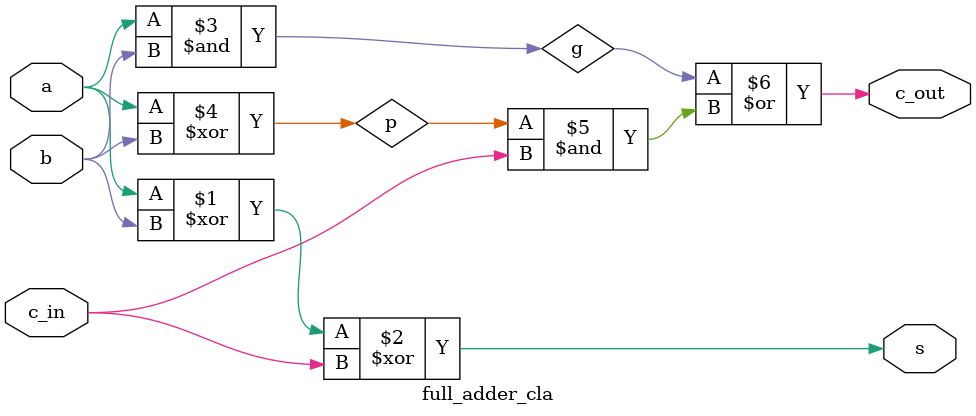
<source format=sv>
module full_adder_cla(input a, b, c_in,
						output s, c_out);

		logic p, g;
		assign s = a^b^c_in;
		assign g = a & b;
		assign p = a ^ b;
		assign c_out = g | (p & c_in);
		
endmodule
</source>
